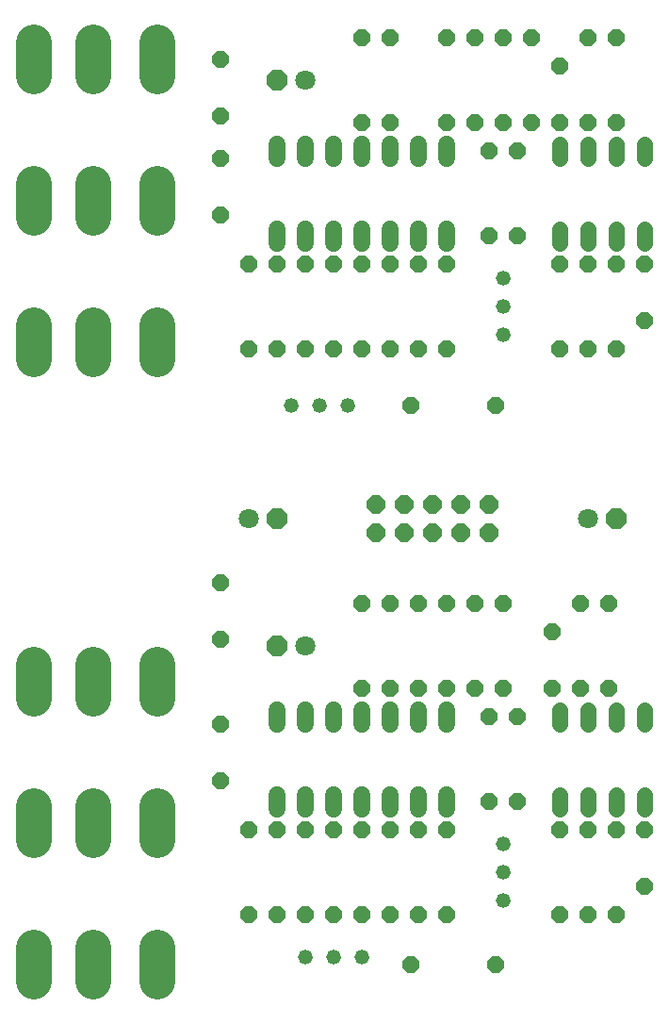
<source format=gts>
G04 EAGLE Gerber RS-274X export*
G75*
%MOMM*%
%FSLAX34Y34*%
%LPD*%
%INSoldermask Top*%
%IPPOS*%
%AMOC8*
5,1,8,0,0,1.08239X$1,22.5*%
G01*
%ADD10P,1.951982X8X202.500000*%
%ADD11C,1.803400*%
%ADD12C,3.251200*%
%ADD13C,1.524000*%
%ADD14C,1.411200*%
%ADD15P,1.649562X8X292.500000*%
%ADD16P,1.649562X8X112.500000*%
%ADD17C,1.320800*%
%ADD18P,1.649562X8X202.500000*%
%ADD19P,1.951982X8X22.500000*%
%ADD20P,1.759533X8X202.500000*%


D10*
X234950Y838200D03*
D11*
X260350Y838200D03*
D12*
X70000Y618490D02*
X70000Y588010D01*
X17000Y588010D02*
X17000Y618490D01*
X128000Y618490D02*
X128000Y588010D01*
X70000Y842010D02*
X70000Y872490D01*
X17000Y872490D02*
X17000Y842010D01*
X128000Y842010D02*
X128000Y872490D01*
X70000Y745490D02*
X70000Y715010D01*
X17000Y715010D02*
X17000Y745490D01*
X128000Y745490D02*
X128000Y715010D01*
D13*
X234950Y705104D02*
X234950Y691896D01*
X260350Y691896D02*
X260350Y705104D01*
X387350Y705104D02*
X387350Y691896D01*
X387350Y768096D02*
X387350Y781304D01*
X285750Y705104D02*
X285750Y691896D01*
X311150Y691896D02*
X311150Y705104D01*
X361950Y705104D02*
X361950Y691896D01*
X336550Y691896D02*
X336550Y705104D01*
X361950Y768096D02*
X361950Y781304D01*
X336550Y781304D02*
X336550Y768096D01*
X311150Y768096D02*
X311150Y781304D01*
X285750Y781304D02*
X285750Y768096D01*
X260350Y768096D02*
X260350Y781304D01*
X234950Y781304D02*
X234950Y768096D01*
D14*
X488950Y704540D02*
X488950Y692460D01*
X514350Y692460D02*
X514350Y704540D01*
X539750Y704540D02*
X539750Y692460D01*
X565150Y692460D02*
X565150Y704540D01*
X565150Y768660D02*
X565150Y780740D01*
X539750Y780740D02*
X539750Y768660D01*
X514350Y768660D02*
X514350Y780740D01*
X488950Y780740D02*
X488950Y768660D01*
D15*
X336550Y876300D03*
X336550Y800100D03*
D16*
X184150Y806450D03*
X184150Y857250D03*
D15*
X184150Y768350D03*
X184150Y717550D03*
D16*
X260350Y596900D03*
X260350Y673100D03*
X285750Y596900D03*
X285750Y673100D03*
D17*
X298450Y546100D03*
X273050Y546100D03*
X247650Y546100D03*
D16*
X311150Y596900D03*
X311150Y673100D03*
X234950Y596900D03*
X234950Y673100D03*
X209550Y596900D03*
X209550Y673100D03*
X336550Y596900D03*
X336550Y673100D03*
D15*
X361950Y673100D03*
X361950Y596900D03*
X514350Y673100D03*
X514350Y596900D03*
X539750Y673100D03*
X539750Y596900D03*
D16*
X488950Y596900D03*
X488950Y673100D03*
X311150Y800100D03*
X311150Y876300D03*
D15*
X387350Y673100D03*
X387350Y596900D03*
D16*
X539750Y800100D03*
X539750Y876300D03*
D15*
X514350Y876300D03*
X514350Y800100D03*
D18*
X431800Y546100D03*
X355600Y546100D03*
D17*
X438150Y609600D03*
X438150Y635000D03*
X438150Y660400D03*
D15*
X425450Y774700D03*
X425450Y698500D03*
X450850Y774700D03*
X450850Y698500D03*
X463550Y876300D03*
X463550Y800100D03*
D16*
X438150Y800100D03*
X438150Y876300D03*
X412750Y800100D03*
X412750Y876300D03*
X387350Y800100D03*
X387350Y876300D03*
X565150Y622300D03*
X565150Y673100D03*
D15*
X488950Y850900D03*
X488950Y800100D03*
D13*
X234950Y197104D02*
X234950Y183896D01*
X260350Y183896D02*
X260350Y197104D01*
X387350Y197104D02*
X387350Y183896D01*
X387350Y260096D02*
X387350Y273304D01*
X285750Y197104D02*
X285750Y183896D01*
X311150Y183896D02*
X311150Y197104D01*
X361950Y197104D02*
X361950Y183896D01*
X336550Y183896D02*
X336550Y197104D01*
X361950Y260096D02*
X361950Y273304D01*
X336550Y273304D02*
X336550Y260096D01*
X311150Y260096D02*
X311150Y273304D01*
X285750Y273304D02*
X285750Y260096D01*
X260350Y260096D02*
X260350Y273304D01*
X234950Y273304D02*
X234950Y260096D01*
D12*
X70000Y59690D02*
X70000Y29210D01*
X17000Y29210D02*
X17000Y59690D01*
X128000Y59690D02*
X128000Y29210D01*
X70000Y283210D02*
X70000Y313690D01*
X17000Y313690D02*
X17000Y283210D01*
X128000Y283210D02*
X128000Y313690D01*
X70000Y186690D02*
X70000Y156210D01*
X17000Y156210D02*
X17000Y186690D01*
X128000Y186690D02*
X128000Y156210D01*
D15*
X336550Y368300D03*
X336550Y292100D03*
D10*
X234950Y330200D03*
D11*
X260350Y330200D03*
D14*
X488950Y196540D02*
X488950Y184460D01*
X514350Y184460D02*
X514350Y196540D01*
X539750Y196540D02*
X539750Y184460D01*
X565150Y184460D02*
X565150Y196540D01*
X565150Y260660D02*
X565150Y272740D01*
X539750Y272740D02*
X539750Y260660D01*
X514350Y260660D02*
X514350Y272740D01*
X488950Y272740D02*
X488950Y260660D01*
D15*
X184150Y387350D03*
X184150Y336550D03*
X184150Y260350D03*
X184150Y209550D03*
D16*
X260350Y88900D03*
X260350Y165100D03*
X285750Y88900D03*
X285750Y165100D03*
D17*
X311150Y50800D03*
X285750Y50800D03*
X260350Y50800D03*
D16*
X311150Y88900D03*
X311150Y165100D03*
X234950Y88900D03*
X234950Y165100D03*
X209550Y88900D03*
X209550Y165100D03*
X336550Y88900D03*
X336550Y165100D03*
D15*
X361950Y165100D03*
X361950Y88900D03*
D16*
X514350Y88900D03*
X514350Y165100D03*
X539750Y88900D03*
X539750Y165100D03*
X488950Y88900D03*
X488950Y165100D03*
X311150Y292100D03*
X311150Y368300D03*
D15*
X387350Y165100D03*
X387350Y88900D03*
D16*
X508000Y292100D03*
X508000Y368300D03*
X533400Y292100D03*
X533400Y368300D03*
D18*
X431800Y44450D03*
X355600Y44450D03*
D17*
X438150Y152400D03*
X438150Y127000D03*
X438150Y101600D03*
D15*
X425450Y266700D03*
X425450Y190500D03*
X450850Y266700D03*
X450850Y190500D03*
X438150Y368300D03*
X438150Y292100D03*
D16*
X412750Y292100D03*
X412750Y368300D03*
X361950Y292100D03*
X361950Y368300D03*
X387350Y292100D03*
X387350Y368300D03*
X565150Y114300D03*
X565150Y165100D03*
D15*
X482600Y342900D03*
X482600Y292100D03*
D19*
X234950Y444500D03*
D11*
X209550Y444500D03*
D19*
X539750Y444500D03*
D11*
X514350Y444500D03*
D20*
X425450Y457200D03*
X425450Y431800D03*
X400050Y457200D03*
X400050Y431800D03*
X374650Y457200D03*
X374650Y431800D03*
X349250Y457200D03*
X349250Y431800D03*
X323850Y457200D03*
X323850Y431800D03*
M02*

</source>
